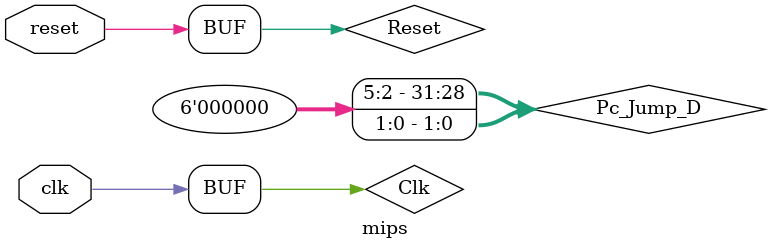
<source format=v>
`timescale 1ns / 1ps
 module mips(
    input clk,
    input reset
    );
	 //F¼¶Á÷Ë®Ïß
	 wire [31:0] Pc_F;
	 wire [31:0] Instr_F;
	 wire [31:0] Pc_Add1_F;
	 //D¼¶Á÷Ë®Ïß
	 wire [31:0] Pc_D;
	 wire [31:0] Instr_D;
	 wire [31:0] Pc_Branch_D, Pc_Jump_D, Pc_Jump_Result;
	 wire [31:0] Sign_Imme_D;
	 wire [31:0] Rd1_D, Rd2_D;
	 //D¼¶¿ØÖÆÐÅºÅ
	 wire Pc_Src_D, Jump_D, RegWrite_D, MemtoReg_D, MemWrite_D;
	 wire Alu_Src_D, Reg_Dst_D, Branch_D, Ext_Op_D, Equal_D;
	 wire [5:0] Op_D, Funct_D;
	 wire [4:0] Rs_D, Rt_D, Rd_M, Rd_W;
	 wire [31:0] Zero_In1;
	 wire [31:0] Zero_In2;
	 //E¼¶Á÷Ë®Ïß
	 wire [31:0] Sign_Imme_E;
	 wire [31:0] Rd1_E, Rd2_E, Result_E;
	 wire [4:0] Rs_E, Rt_E, Rd_E, RegDst_Out_E;
	 wire [31:0] Src_A_E, Src_B_E, Write_Data_E, Alu_Out_E, Pc_E; 
	 wire [5:0] Op_E, Funct_E;
	 wire [4:0] WriteReg_E;
	 //E¼¶¿ØÖÆÐÅºÅ
	 wire RegWrite_E, MemtoReg_E, MemWrite_E;
	 wire Alu_Src_E, Reg_Dst_E, Branch_E, Ext_Op_E, Equal_E;
	 //M¼¶Á÷Ë®Ïß
	 wire [31:0] Result_M, Write_Data_M,Pc_M, DM_Out_M, Write_Data_ReSult_M;
	 wire [4:0] WriteReg_M;
	  //M¼¶¿ØÖÆÐÅºÅ
	 wire RegWrite_M, MemtoReg_M, MemWrite_M;
	 //W¼¶Á÷Ë®Ïß
	 wire [31:0] DM_Out_W, Alu_Out_W, Result_W, Pc_W, Result_W;
	 wire [4:0] WriteReg_W, WriteReg_W;
	 wire RegWrite_W, MemtoReg_W;
	 //Tuse,Tnew
	 wire [1:0] Tnew_D, Tuse_Rs_D, Tuse_Rt_D;
	 wire [1:0] Tnew_E, Tuse_Rs_E, Tuse_Rt_E;
	 wire [1:0] Tnew_M, Tuse_Rs_M, Tuse_Rt_M;
	 wire [1:0] Tnew_W;
	 //ÔÝÍ£ÐÅºÅ
	 wire Pause;
	 assign Clk = clk;
	 assign Reset = reset;
	 assign Pc_Jump_D = {0,Instr_D[25:0]} << 2;
	 assign Pc_Src_D = Branch_D & Equal_D;
	 assign Rs_D = Instr_D[25:21];
	 assign Rt_D = Instr_D[20:16];
//F¼¶Á÷Ë®Ïß
//////////////////////////////////////////////////////////////////////
	Im IM(
		.Pc_In(Pc_F),
		.Instr_Out(Instr_F)
	);
	Add4 ADD4(
		.Pc_In(Pc_F),
		.Pc_Add1_Out(Pc_Add1_F)
	);
	Pc PC(
		.Pc_Src_In(Pc_Src_D),
		.Jump_In(Jump_D),
		.Clk(Clk),
		.Reset(Reset),
		.Pause(Pause),
		.Bpc_In(Pc_Branch_D),
		.Jpc_In(Pc_Jump_Result),
		.Pc_Add1_In(Pc_Add1_F),
		.Pc_Out(Pc_F)
	);
	FDReg FDREG(
		.Instr_In(Instr_F),
		.Pc_In(Pc_Add1_F),
		.Instr_Out(Instr_D),
		.Pc_Out(Pc_D),
		.Clk(Clk),
		.Reset(Reset),
		.Pause(Pause)
	);
//D¼¶Á÷Ë®Ïß
//////////////////////////////////////////////////////////////////////
	Ctrl CTRL(
		//.Clk(clk),
		 //op,funcÊäÈë
		.Op_In(Instr_D[31:26]),
		.Funct_In(Instr_D[5:0]),
		//¿ØÖÆÐÅºÅÊä³ö
		.RegWrite_Out(RegWrite_D),
		.MemtoReg_Out(MemtoReg_D),
		.MemWrite_Out(MemWrite_D),
		.Alu_Src_Out(Alu_Src_D),
		.Reg_Dst_Out(Reg_Dst_D),
		.Branch_Out(Branch_D),
		.Jump_Out(Jump_D),
		.Ext_Op_Out(Ext_Op_D),
		.Jal_Out(Jal_D),
		.Jr_Out(Jr_D),
		//Tuse,Tnew
		.Tuse_Rs_Out(Tuse_Rs_D),
		.Tuse_Rt_Out(Tuse_Rt_D),
		.Tnew_Out(Tnew_D),
		//op,funcÊä³ö
		.Op_Out(Op_D),
		.Funct_Out(Funct_D)
	);
	Grf GRF(
		.Pc_In(Pc_W-1),
		.A1_In(Rs_D),
		.A2_In(Rt_D),
		.A3_In(WriteReg_W),
		.Wd3_In(Result_W),
		.Rd1_Out(Rd1_D),
		.Rd2_Out(Rd2_D),
		.Clk(Clk),
		.Reset(Reset),
		.We3_In(RegWrite_W)
	);
	Ext EXT(
		.Imme_In(Instr_D[15:0]),
		.Ext_Out(Sign_Imme_D),
		.Ext_Op(Ext_Op_D)
	);
	PcBranch PCBRANCH(
		.Pc_In(Pc_D),
		.Imme_In(Instr_D[15:0]),
		.Pc_Out(Pc_Branch_D)
	);
	Mux JR(
		.In32_1(Pc_Jump_D),
		.In32_2(Zero_In1),
		.Out_32(Pc_Jump_Result),
		.Sel(Jr_D)
	);
	Src Zero_1(
		//.Clk(clk),
		.Data_E(Rd1_D),
		.Data_M(Result_M),
		.Data_W(Result_W),
		.Reg_E(Rs_D),
		.Reg_M(WriteReg_M),
		.Reg_W(WriteReg_W),
		.Tnew_In_M(Tnew_M),
		.Tnew_In_W(Tnew_W),
		.RegWrite_M(RegWrite_M),
		.RegWrite_W(RegWrite_W),
		.Data_Out(Zero_In1)
	);
	Src Zero_2(
		//.Clk(clk),
		.Data_E(Rd2_D),
		.Data_M(Result_M),
		.Data_W(Result_W),
		.Reg_E(Rt_D),
		.Reg_M(WriteReg_M),
		.Reg_W(WriteReg_W),
		.Tnew_In_M(Tnew_M),
		.Tnew_In_W(Tnew_W),
		.RegWrite_M(RegWrite_M),
		.RegWrite_W(RegWrite_W),
		.Data_Out(Zero_In2)
	);
	Zero ZERO(
		.Op_In(Instr_D[31:26]),
		.In_1(Zero_In1),
		.In_2(Zero_In2),
		.Zero_Out(Equal_D)
	);
	DEReg DEREG(
		.Clk(Clk),
		.Pause(Pause),
		//Êý¾ÝÊäÈë
		.Rd1_In(Rd1_D),
		.Rd2_In(Rd2_D),
		.Sign_Imme_In(Sign_Imme_D),
		.Rs_In(Instr_D[25:21]),
		.Rt_In(Instr_D[20:16]),
		.Rd_In(Instr_D[15:11]),
		//Êý¾ÝÊä³ö
		.Rd1_Out(Rd1_E),
		.Rd2_Out(Rd2_E),
		.Sign_Imme_Out(Sign_Imme_E),
		.Rs_Out(Rs_E),
		.Rt_Out(Rt_E),
		.Rd_Out(Rd_E),
		//ÐÅºÅÊäÈë
		.RegWrite_In(RegWrite_D),
		.MemtoReg_In(MemtoReg_D),
		.MemWrite_In(MemWrite_D),
		.Alu_Src_In(Alu_Src_D),
		.Reg_Dst_In(Reg_Dst_D),
		.Jal_In(Jal_D),
		//ÐÅºÅÊä³ö
		.RegWrite_Out(RegWrite_E),
		.MemtoReg_Out(MemtoReg_E),
		.MemWrite_Out(MemWrite_E),
		.Alu_Src_Out(Alu_Src_E),
		.Reg_Dst_Out(Reg_Dst_E),
		.Jal_Out(Jal_E),
		//op,funcÊäÈë
		.Op_In(Op_D),
		.Funct_In(Funct_D),
		//op,funcÊä³ö
		.Op_Out(Op_E),
		.Funct_Out(Funct_E),
		//pcÊäÈë
		.Pc_In(Pc_D),
		//pcÊä³ö
		.Pc_Out(Pc_E),
		//Tuse,TnewÊäÈë
		.Tuse_Rs_In(Tuse_Rs_D),
		.Tuse_Rt_In(Tuse_Rt_D),
		.Tnew_In(Tnew_D),
		//Tuse,TnewÊä³ö
		.Tuse_Rs_Out(Tuse_Rs_E),
		.Tuse_Rt_Out(Tuse_Rt_E),
		.Tnew_Out(Tnew_E)
		);
//E¼¶Á÷Ë®Ïß
//////////////////////////////////////////////////////////////////////
	//RegDst
	Mux RegDst (
		.In5_1(Rt_E),
		.In5_2(Rd_E),
		.Out_5(RegDst_Out_E),
		.Sel(Reg_Dst_E)
	);
	//AluSrc
	Mux AluSrc (
		.In32_1(Write_Data_E),
		.In32_2(Sign_Imme_E),
		.Out_32(Src_B_E),
		.Sel(Alu_Src_E)
	);
	//Src¿ØÖÆÐÅºÅ
	Src SrcA (
		//.Clk(clk),
		.Data_E(Rd1_E),
		.Data_M(Result_M),
		.Data_W(Result_W),
		.Reg_E(Rs_E),
		.Reg_M(WriteReg_M),
		.Reg_W(WriteReg_W),
		.Tnew_In_M(Tnew_M),
		.Tnew_In_W(Tnew_W),
		.RegWrite_M(RegWrite_M),
		.RegWrite_W(RegWrite_W),
		.Data_Out(Src_A_E)
	);
	Src SrcB (
		//.Clk(clk),
		.Data_E(Rd2_E),
		.Data_M(Result_M),
		.Data_W(Result_W),
		.Reg_E(Rt_E),
		.Reg_M(WriteReg_M),
		.Reg_W(WriteReg_W),
		.Tnew_In_M(Tnew_M),
		.Tnew_In_W(Tnew_W),
		.RegWrite_M(RegWrite_M),
		.RegWrite_W(RegWrite_W),
		.Data_Out(Write_Data_E)
	);
	//Aluµ¥Ôª
	Alu ALU(
		.Op_In(Op_E),
		.Func_In(Funct_E),
		.SrcA_In(Src_A_E),
		.SrcB_In(Src_B_E),
		.Aluresult_Out(Alu_Out_E)
	);
	//Jal
	Mux Jal_Reg (
		.In5_1(RegDst_Out_E),
		.In5_2(5'b11111),
		.Out_5(WriteReg_E),
		.Sel(Jal_E)
	);
	Mux Jal_Data (
		.In32_1(Alu_Out_E),
		.In32_2(12288 + (Pc_E << 2) + 4),
		.Out_32(Result_E),
		.Sel(Jal_E)
	);
	//EMReg
	EMReg EMREG(
		.Clk(Clk),
		//ÊäÈëÊý¾Ý
		.AluResult_In(Result_E),
		.WriteData_In(Write_Data_E),
		.WriteReg_In(WriteReg_E),
		//Êä³öÊý¾Ý
		.AluResult_Out(Result_M),
		.WriteData_Out(Write_Data_M),
		.WriteReg_Out(WriteReg_M),
		//ÊäÈëÐÅºÅ
		.RegWrite_In(RegWrite_E),
		.MemtoReg_In(MemtoReg_E),
		.MemWrite_In(MemWrite_E),
		.Jal_In(Jal_E),
		//Êä³öÐÅºÅ
		.RegWrite_Out(RegWrite_M),
		.MemtoReg_Out(MemtoReg_M),
		.MemWrite_Out(MemWrite_M),
		.Jal_Out(Jal_M),
		//pcÊäÈë
		.Pc_In(Pc_E),
		//pcÊä³ö
		.Pc_Out(Pc_M),
		//Tuse,TnewÊäÈë
		.Tuse_Rs_In(Tuse_Rs_E),
		.Tuse_Rt_In(Tuse_Rt_E),
		.Tnew_In(Tnew_E),
		//Tuse,TnewÊä³ö
		.Tuse_Rs_Out(Tuse_Rs_M),
		.Tuse_Rt_Out(Tuse_Rt_M),
		.Tnew_Out(Tnew_M)
	);
//M¼¶Á÷Ë®Ïß
//////////////////////////////////////////////////////////////////////¡¢
	/*Src DM_In_M(
		//.Clk(clk),
		.Data_E(Write_Data_M),
		.Data_W(Result_W),
		.Reg_E(WriteReg_M),
		.Reg_W(WriteReg_W),
		.Tnew_In_W(Tnew_W),
		.RegWrite_W(RegWrite_W),
		.Data_Out(Write_Data_ReSult_M)
	);
	*/
	DM DM(
		.Clk(Clk),
		.Reset(Reset),
		.MemWrite_In(MemWrite_M),
		.Pc_In(Pc_M-1),
		.Addr_In(Result_M),
		.D_In(Write_Data_M),
		.D_Out(DM_Out_M)
	);
	MWReg MWREG(
		.Clk(Clk),
		//pcÊäÈë
		.Pc_In(Pc_M),
		//pcÊä³ö
		.Pc_Out(Pc_W),
		//¿ØÖÆÐÅºÅÊäÈë
		.RegMem_In(RegWrite_M),
		.MemtoReg_In(MemtoReg_M),
		.Jal_In(Jal_M),
		//¿ØÖÆÐÅºÅÊä³ö
		.RegMem_Out(RegWrite_W),
		.MemtoReg_Out(MemtoReg_W),
		.Jal_Out(Jal_W),
		//Êý¾ÝÊäÈë
		.ReadData_In(DM_Out_M),
		.WriteReg_In(WriteReg_M),
		.AluOut_In(Result_M),
		//Êý¾ÝÊä³ö
		.ReadData_Out(DM_Out_W),
		.WriteReg_Out(WriteReg_W),
		.AluOut_Out(Alu_Out_W),
		//Tnew
		.Tnew_In(Tnew_E),
		.Tnew_Out(Tnew_W)
	);
	Mux MemtoReg (
		.In32_1(Alu_Out_W),
		.In32_2(DM_Out_W),
		.Out_32(Result_W),
		.Sel(MemtoReg_W)
	);
	//ÔÝÍ£
	Pause PAUSE(
		.Rs_In(Instr_D[25:21]),
		.Rt_In(Instr_D[20:16]),
		.Rd_E_In(WriteReg_E),
		.Rd_M_In(WriteReg_M),
		.Tuse_Rs_In(Tuse_Rs_D),
		.Tuse_Rt_In(Tuse_Rt_D),
		.Tnew_E_In(Tnew_E),
		.Tnew_M_In(Tnew_M),
		.W_E_In(RegWrite_E),
		.W_M_In(RegWrite_M),
		.Pause_Out(Pause)
	);
endmodule

</source>
